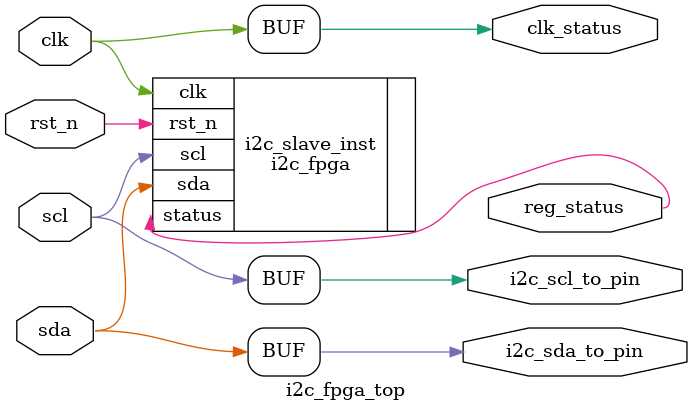
<source format=v>
module i2c_fpga_top (
    input wire	clk,
    input wire	rst_n,
    input wire	scl,
    inout wire	sda,
	 
    output wire	i2c_sda_to_pin,
    output wire	i2c_scl_to_pin,
    output wire	reg_status,
    output wire	clk_status
);
   wire [7:0] i2c_data_out;
   wire i2c_scl;
   wire i2c_sda;

   i2c_fpga i2c_slave_inst (
      .clk   (clk),
      .rst_n (rst_n),
      .scl   (scl),
      .sda   (sda),
      .status(reg_status)
   );
	  
   assign i2c_scl_to_pin = scl;
   assign i2c_sda_to_pin = sda;
   assign clk_status     = clk;
endmodule

</source>
